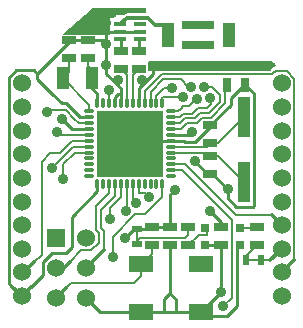
<source format=gtl>
G04 (created by PCBNEW (2013-mar-13)-testing) date Thu 04 Jul 2013 13:06:12 EST*
%MOIN*%
G04 Gerber Fmt 3.4, Leading zero omitted, Abs format*
%FSLAX34Y34*%
G01*
G70*
G90*
G04 APERTURE LIST*
%ADD10C,0.003937*%
%ADD11R,0.045000X0.025000*%
%ADD12R,0.025000X0.045000*%
%ADD13R,0.035433X0.019685*%
%ADD14R,0.008000X0.059055*%
%ADD15R,0.078700X0.055100*%
%ADD16R,0.031496X0.031496*%
%ADD17R,0.039370X0.078740*%
%ADD18R,0.110236X0.027559*%
%ADD19R,0.043307X0.074803*%
%ADD20R,0.039370X0.011811*%
%ADD21C,0.060000*%
%ADD22R,0.060000X0.060000*%
%ADD23R,0.039370X0.137795*%
%ADD24O,0.011800X0.033500*%
%ADD25O,0.033500X0.011800*%
%ADD26R,0.220472X0.220472*%
%ADD27R,0.019685X0.035433*%
%ADD28R,0.059055X0.008000*%
%ADD29C,0.035000*%
%ADD30C,0.010000*%
%ADD31C,0.014000*%
%ADD32C,0.008000*%
%ADD33C,0.012000*%
G04 APERTURE END LIST*
G54D10*
G54D11*
X2362Y9152D03*
X2362Y9752D03*
X4688Y9410D03*
X4688Y8810D03*
X4078Y9410D03*
X4078Y8810D03*
X2972Y9152D03*
X2972Y9752D03*
X5720Y3516D03*
X5720Y2916D03*
G54D12*
X7629Y8267D03*
X8229Y8267D03*
G54D11*
X7437Y3516D03*
X7437Y2916D03*
X7062Y5906D03*
X7062Y5306D03*
X7062Y6314D03*
X7062Y6914D03*
G54D13*
X4606Y3472D03*
X4606Y2960D03*
G54D14*
X4606Y3216D03*
G54D15*
X4763Y700D03*
X4763Y2300D03*
X6763Y700D03*
X6763Y2300D03*
G54D11*
X6330Y3516D03*
X6330Y2916D03*
X5110Y3516D03*
X5110Y2916D03*
G54D16*
X6885Y3511D03*
X6885Y2921D03*
G54D17*
X7692Y9925D03*
X5645Y9925D03*
G54D18*
X6669Y9584D03*
X6669Y10265D03*
G54D19*
X2145Y8488D03*
X3129Y8488D03*
G54D20*
X4061Y10299D03*
X4061Y10043D03*
X4061Y9787D03*
X4710Y9787D03*
X4710Y10043D03*
X4710Y10299D03*
G54D21*
X9441Y8314D03*
X9441Y5164D03*
X9441Y3590D03*
X9441Y4377D03*
X9441Y6739D03*
X9441Y5952D03*
X9441Y7527D03*
X9441Y2015D03*
X9441Y1227D03*
X9441Y2802D03*
X779Y2802D03*
X779Y1227D03*
X779Y2015D03*
X779Y7527D03*
X779Y5952D03*
X779Y6739D03*
X779Y4377D03*
X779Y3590D03*
X779Y5164D03*
X779Y8314D03*
G54D22*
X1929Y3169D03*
G54D21*
X2929Y3169D03*
X1929Y2169D03*
X2929Y2169D03*
X1929Y1169D03*
X2929Y1169D03*
G54D23*
X8185Y5027D03*
X8185Y7192D03*
G54D16*
X8066Y3511D03*
X8066Y2921D03*
G54D11*
X8610Y2916D03*
X8610Y3516D03*
G54D24*
X5468Y7665D03*
X5271Y7665D03*
X5074Y7665D03*
X4877Y7665D03*
X4680Y7665D03*
X4483Y7665D03*
X4287Y7665D03*
X4090Y7665D03*
X3893Y7665D03*
X3696Y7665D03*
X3499Y7665D03*
X3302Y7665D03*
X3302Y4949D03*
X3499Y4949D03*
X3696Y4949D03*
X3893Y4949D03*
X4090Y4949D03*
X4287Y4949D03*
X4483Y4949D03*
X4680Y4949D03*
X4877Y4949D03*
X5074Y4949D03*
X5271Y4949D03*
X5468Y4949D03*
G54D25*
X3027Y7390D03*
X3027Y7193D03*
X3027Y6996D03*
X3027Y6799D03*
X3027Y6602D03*
X3027Y6405D03*
X3027Y6209D03*
X3027Y6012D03*
X3027Y5815D03*
X3027Y5618D03*
X3027Y5421D03*
X3027Y5224D03*
X5743Y5224D03*
X5743Y5421D03*
X5743Y5618D03*
X5743Y5815D03*
X5743Y6012D03*
X5743Y6209D03*
X5743Y6405D03*
X5743Y6602D03*
X5743Y6799D03*
X5743Y6996D03*
X5743Y7193D03*
X5743Y7390D03*
G54D26*
X4385Y6307D03*
G54D22*
X4385Y6307D03*
X3785Y5707D03*
X4985Y5707D03*
X4985Y6907D03*
X3785Y6907D03*
G54D27*
X8759Y2425D03*
X8248Y2425D03*
G54D28*
X8503Y2425D03*
G54D29*
X4215Y3169D03*
X5882Y4778D03*
X2138Y7119D03*
X6448Y6688D03*
X3594Y9645D03*
X7649Y4791D03*
X7437Y1373D03*
X5169Y8909D03*
X4795Y8425D03*
X5877Y8909D03*
X6586Y8909D03*
X7295Y8909D03*
X3594Y8944D03*
X8712Y8909D03*
X8003Y8909D03*
X3783Y10649D03*
X3594Y10346D03*
X3429Y10661D03*
X6543Y5716D03*
X3980Y8429D03*
X3721Y3812D03*
X7062Y4070D03*
X1612Y7378D03*
X4240Y4062D03*
X4583Y4345D03*
X5038Y4520D03*
X3807Y2539D03*
X7503Y885D03*
X6862Y8204D03*
X7070Y7822D03*
X6625Y7811D03*
X6161Y7850D03*
X5803Y8153D03*
X6429Y8208D03*
X1787Y5500D03*
X3696Y8099D03*
X1968Y6685D03*
X2157Y5133D03*
G54D30*
X4519Y3472D02*
X5066Y3472D01*
X5066Y3472D02*
X5110Y3516D01*
X4215Y3169D02*
X4519Y3472D01*
X5110Y3516D02*
X5720Y3516D01*
X3027Y6799D02*
X2458Y6799D01*
X2458Y6799D02*
X2138Y7119D01*
X5110Y3516D02*
X5720Y3516D01*
X5720Y3516D02*
X5720Y4616D01*
X5720Y4616D02*
X5882Y4778D01*
X5743Y6602D02*
X6360Y6600D01*
X6360Y6600D02*
X6448Y6688D01*
X6360Y6600D02*
X6448Y6688D01*
X7649Y4791D02*
X7649Y4488D01*
X8515Y7981D02*
X8229Y8267D01*
X8515Y4216D02*
X8515Y7981D01*
X8500Y4200D02*
X8515Y4216D01*
X7937Y4200D02*
X8500Y4200D01*
X7649Y4488D02*
X7937Y4200D01*
X8066Y2921D02*
X7957Y2811D01*
X6885Y578D02*
X6763Y700D01*
X7637Y578D02*
X6885Y578D01*
X7957Y898D02*
X7637Y578D01*
X7957Y2811D02*
X7957Y898D01*
X7062Y5306D02*
X7134Y5306D01*
X7134Y5306D02*
X7649Y4791D01*
X7437Y2916D02*
X6890Y2916D01*
X6890Y2916D02*
X6885Y2921D01*
X7437Y2916D02*
X7437Y1373D01*
X7437Y1373D02*
X6763Y700D01*
X5743Y6405D02*
X4483Y6405D01*
X4483Y6405D02*
X4385Y6307D01*
X4795Y8263D02*
X4795Y8264D01*
X4795Y8264D02*
X4795Y8425D01*
X4686Y8155D02*
X4795Y8263D01*
X4795Y8263D02*
X5169Y8638D01*
G54D31*
X7295Y8909D02*
X6940Y8909D01*
X6586Y8909D02*
X6232Y8909D01*
G54D30*
X5877Y8909D02*
X5523Y8909D01*
X5519Y8913D02*
X5523Y8909D01*
X5169Y8909D02*
X5169Y8909D01*
X5169Y8909D02*
X5519Y8913D01*
G54D31*
X6232Y8909D02*
X5877Y8909D01*
X6940Y8909D02*
X6586Y8909D01*
X7649Y8909D02*
X7295Y8909D01*
X7649Y8909D02*
X8003Y8909D01*
G54D30*
X5169Y8638D02*
X5169Y8909D01*
X3594Y8637D02*
X3980Y8251D01*
X3594Y9295D02*
X3594Y8944D01*
G54D31*
X8712Y8909D02*
X8358Y8909D01*
X8358Y8909D02*
X8003Y8909D01*
G54D32*
X3594Y8637D02*
X4090Y8141D01*
G54D30*
X7755Y7607D02*
X7755Y7842D01*
X7755Y7842D02*
X8181Y8267D01*
X8181Y8267D02*
X8229Y8267D01*
X7755Y7607D02*
X7062Y6914D01*
X4680Y8149D02*
X4686Y8155D01*
X3594Y10346D02*
X3594Y10460D01*
X3594Y10460D02*
X3783Y10649D01*
X3594Y9295D02*
X3594Y9645D01*
X3594Y9645D02*
X3594Y9996D01*
X3594Y9996D02*
X3594Y10346D01*
X3594Y10346D02*
X3594Y10496D01*
X3594Y10496D02*
X3429Y10661D01*
G54D33*
X1076Y1525D02*
X779Y1227D01*
G54D30*
X3302Y4949D02*
X3302Y4728D01*
X3302Y4728D02*
X2448Y3874D01*
X2448Y2877D02*
X2448Y2853D01*
X2448Y2853D02*
X2259Y2664D01*
X1076Y1525D02*
X1480Y1929D01*
X2448Y2877D02*
X2448Y3874D01*
X1774Y2664D02*
X2259Y2664D01*
X1480Y2370D02*
X1774Y2664D01*
X1480Y1929D02*
X1480Y2370D01*
X5720Y1314D02*
X5925Y1110D01*
X5925Y1110D02*
X5925Y700D01*
X2972Y9752D02*
X3487Y9752D01*
X3487Y9752D02*
X3594Y9645D01*
G54D33*
X3202Y895D02*
X2929Y1169D01*
X462Y1544D02*
X779Y1227D01*
G54D30*
X1299Y8632D02*
X1184Y8748D01*
X346Y1660D02*
X462Y1544D01*
X346Y8492D02*
X346Y1660D01*
X602Y8748D02*
X346Y8492D01*
X1184Y8748D02*
X602Y8748D01*
X1799Y7968D02*
X2106Y7661D01*
X2106Y7661D02*
X2255Y7661D01*
X3202Y895D02*
X3398Y700D01*
X3398Y700D02*
X4763Y700D01*
X7062Y5306D02*
X6953Y5306D01*
X6953Y5306D02*
X6543Y5716D01*
X4680Y8149D02*
X4680Y7665D01*
X5720Y2916D02*
X5720Y1314D01*
X5527Y1122D02*
X5527Y700D01*
X5720Y1314D02*
X5527Y1122D01*
X6763Y700D02*
X5925Y700D01*
X5925Y700D02*
X5527Y700D01*
X5527Y700D02*
X4763Y700D01*
X3893Y7665D02*
X3893Y7858D01*
X4090Y7952D02*
X4090Y7665D01*
X3893Y7858D02*
X4000Y7964D01*
X2358Y9752D02*
X2972Y9752D01*
X2358Y9752D02*
X2358Y9691D01*
X2358Y9691D02*
X1299Y8632D01*
X3027Y7193D02*
X2724Y7193D01*
X2724Y7193D02*
X2255Y7661D01*
X1799Y7968D02*
X1299Y8467D01*
X1299Y8467D02*
X1299Y8632D01*
X6570Y6379D02*
X6571Y6379D01*
X6571Y6379D02*
X7062Y6870D01*
X7062Y6870D02*
X7062Y6914D01*
X5743Y6405D02*
X6190Y6405D01*
X6216Y6379D02*
X6570Y6379D01*
X6190Y6405D02*
X6216Y6379D01*
X4090Y8141D02*
X3980Y8251D01*
X3980Y8251D02*
X3980Y8429D01*
X4090Y7952D02*
X4090Y8141D01*
X4078Y7964D02*
X4090Y7952D01*
X4000Y7964D02*
X4078Y7964D01*
X4061Y10043D02*
X3641Y10043D01*
X3641Y10043D02*
X3594Y9996D01*
X3594Y8637D02*
X3594Y8944D01*
X4061Y10043D02*
X4710Y10043D01*
G54D32*
X4090Y4949D02*
X4090Y4544D01*
X4090Y4544D02*
X3721Y4175D01*
X3721Y4175D02*
X3721Y3812D01*
G54D33*
X2929Y2169D02*
X3509Y2749D01*
G54D32*
X3893Y4573D02*
X3893Y4949D01*
X3509Y2749D02*
X3509Y3409D01*
X3509Y3409D02*
X3423Y3495D01*
X3423Y3495D02*
X3423Y4103D01*
X3423Y4103D02*
X3893Y4573D01*
G54D31*
X5645Y9925D02*
X5645Y10051D01*
X4273Y10511D02*
X4061Y10299D01*
X4972Y10511D02*
X4273Y10511D01*
X5236Y10248D02*
X4972Y10511D01*
X5448Y10248D02*
X5236Y10248D01*
X5645Y10051D02*
X5448Y10248D01*
G54D30*
X4688Y9410D02*
X4688Y9765D01*
X4688Y9765D02*
X4710Y9787D01*
X7437Y3696D02*
X7437Y3516D01*
X7062Y4070D02*
X7437Y3696D01*
G54D32*
X1647Y7414D02*
X1612Y7378D01*
X2260Y7414D02*
X1647Y7414D01*
X2530Y7144D02*
X2260Y7414D01*
X2532Y7144D02*
X2530Y7144D01*
X2680Y6996D02*
X2532Y7144D01*
X3027Y6996D02*
X2680Y6996D01*
X7562Y7972D02*
X7562Y8200D01*
X7562Y8200D02*
X7629Y8267D01*
X7081Y7173D02*
X6837Y7173D01*
X7562Y7653D02*
X7081Y7173D01*
X7562Y7653D02*
X7562Y7972D01*
X6606Y6988D02*
X6791Y7173D01*
X6837Y7173D02*
X6791Y7173D01*
X6099Y6799D02*
X6288Y6988D01*
X5743Y6799D02*
X6099Y6799D01*
X6288Y6988D02*
X6606Y6988D01*
X6330Y3271D02*
X6330Y3516D01*
X6220Y3161D02*
X6330Y3271D01*
X4728Y3161D02*
X6220Y3161D01*
X4606Y3039D02*
X4728Y3161D01*
X6330Y3516D02*
X6330Y3271D01*
X6685Y3271D02*
X6940Y3271D01*
X6330Y2916D02*
X6685Y3271D01*
X6940Y3516D02*
X6940Y3271D01*
X8248Y2425D02*
X8248Y2554D01*
X8248Y2554D02*
X8610Y2916D01*
X8066Y3511D02*
X8605Y3511D01*
X8605Y3511D02*
X8610Y3516D01*
X2358Y9152D02*
X2358Y8907D01*
X2145Y8488D02*
X2358Y8700D01*
X2358Y8700D02*
X2358Y8907D01*
X3027Y7390D02*
X3027Y7606D01*
X3027Y7606D02*
X2145Y8488D01*
G54D30*
X3302Y7665D02*
X3302Y7980D01*
X3302Y7980D02*
X3129Y8153D01*
X3129Y8153D02*
X3129Y8488D01*
X3129Y8153D02*
X3129Y8488D01*
G54D32*
X3129Y8750D02*
X2972Y8907D01*
X2972Y9152D02*
X2972Y8907D01*
X3129Y8488D02*
X3129Y8750D01*
X7306Y6314D02*
X8185Y7192D01*
X7062Y6314D02*
X7306Y6314D01*
X5743Y6209D02*
X5743Y6209D01*
X6957Y6209D02*
X7062Y6314D01*
X5743Y6209D02*
X6957Y6209D01*
X5743Y6209D02*
X5743Y6209D01*
X7306Y5906D02*
X8185Y5027D01*
X7062Y5906D02*
X7306Y5906D01*
X5743Y6012D02*
X5743Y6012D01*
X6957Y6012D02*
X7062Y5906D01*
X5743Y6012D02*
X6957Y6012D01*
X5743Y6012D02*
X5743Y6012D01*
X4287Y7665D02*
X4287Y8601D01*
X4287Y8601D02*
X4078Y8810D01*
X4483Y7665D02*
X4483Y8605D01*
X4483Y8605D02*
X4688Y8810D01*
G54D30*
X4078Y9410D02*
X4078Y9769D01*
X4078Y9769D02*
X4061Y9787D01*
G54D32*
X4287Y4949D02*
X4287Y4661D01*
X4287Y4661D02*
X4287Y4109D01*
X4287Y4109D02*
X4240Y4062D01*
X4483Y4445D02*
X4583Y4345D01*
X4483Y4949D02*
X4483Y4445D01*
X4680Y4661D02*
X4898Y4661D01*
X4898Y4661D02*
X5038Y4520D01*
X4680Y4949D02*
X4680Y4661D01*
X4566Y3954D02*
X3807Y3194D01*
X3807Y3194D02*
X3807Y2539D01*
X5468Y4949D02*
X5468Y4522D01*
X5468Y4522D02*
X4900Y3954D01*
X4900Y3954D02*
X4566Y3954D01*
X7787Y3771D02*
X7787Y1169D01*
X7787Y1169D02*
X7503Y885D01*
X6137Y5421D02*
X7787Y3771D01*
X7787Y1169D02*
X7503Y885D01*
X5743Y5421D02*
X6137Y5421D01*
X7625Y4216D02*
X7917Y3925D01*
X7917Y3925D02*
X9107Y3925D01*
G54D33*
X9441Y3590D02*
X9107Y3925D01*
G54D32*
X5743Y5618D02*
X6224Y5618D01*
X6224Y5618D02*
X7625Y4216D01*
X7122Y8204D02*
X6862Y8204D01*
X7393Y7925D02*
X7393Y7933D01*
X7393Y7933D02*
X7122Y8204D01*
X7393Y7822D02*
X7393Y7925D01*
X7393Y7933D02*
X7122Y8204D01*
X5743Y6996D02*
X6068Y6996D01*
X7393Y7711D02*
X7393Y7822D01*
X7015Y7333D02*
X7393Y7711D01*
X6722Y7333D02*
X7015Y7333D01*
X6539Y7149D02*
X6722Y7333D01*
X6222Y7149D02*
X6539Y7149D01*
X6068Y6996D02*
X6222Y7149D01*
X5743Y7193D02*
X6039Y7193D01*
X7074Y7623D02*
X7070Y7822D01*
X6947Y7496D02*
X7074Y7623D01*
X6641Y7496D02*
X6947Y7496D01*
X6459Y7313D02*
X6641Y7496D01*
X6159Y7313D02*
X6459Y7313D01*
X6039Y7193D02*
X6159Y7313D01*
X7070Y7822D02*
X7066Y7818D01*
X6086Y7474D02*
X6167Y7555D01*
X6350Y7555D02*
X6350Y7559D01*
X6346Y7555D02*
X6350Y7555D01*
X6167Y7555D02*
X6346Y7555D01*
X6625Y7811D02*
X6602Y7811D01*
X6602Y7811D02*
X6350Y7559D01*
X6002Y7390D02*
X6086Y7474D01*
X5743Y7390D02*
X6002Y7390D01*
X6161Y7850D02*
X6153Y7858D01*
X5492Y7858D02*
X5468Y7834D01*
X6153Y7858D02*
X5492Y7858D01*
X5468Y7665D02*
X5468Y7834D01*
X5271Y7665D02*
X5271Y7889D01*
X5271Y7889D02*
X5535Y8153D01*
X5535Y8153D02*
X5803Y8153D01*
X6078Y8448D02*
X6318Y8208D01*
X6318Y8208D02*
X6429Y8208D01*
X5501Y8448D02*
X6078Y8448D01*
X5074Y7665D02*
X5074Y8022D01*
X5074Y8022D02*
X5501Y8448D01*
X9610Y8740D02*
X9240Y8740D01*
X9240Y8740D02*
X9114Y8614D01*
X9114Y8614D02*
X5440Y8614D01*
X4877Y8051D02*
X5440Y8614D01*
X4877Y8051D02*
X4877Y7665D01*
X4877Y7665D02*
X4877Y7665D01*
X9114Y8614D02*
X9234Y8734D01*
X7602Y8614D02*
X5440Y8614D01*
X9114Y8614D02*
X7602Y8614D01*
X9234Y8734D02*
X9114Y8614D01*
X9234Y8734D02*
X9228Y8734D01*
X9228Y8734D02*
X9228Y8740D01*
X9871Y8479D02*
X9871Y2445D01*
X9228Y8740D02*
X9610Y8740D01*
X9610Y8740D02*
X9871Y8479D01*
X9610Y8740D02*
X9871Y8479D01*
X9871Y8479D02*
X9610Y8740D01*
G54D33*
X9871Y2445D02*
X9441Y2015D01*
G54D32*
X3027Y6209D02*
X2496Y6209D01*
X2496Y6209D02*
X1787Y5500D01*
X2496Y6209D02*
X1787Y5500D01*
X5110Y2916D02*
X5110Y2646D01*
X5110Y2646D02*
X4763Y2300D01*
G54D33*
X1929Y1169D02*
X2267Y1507D01*
G54D32*
X5110Y2646D02*
X4763Y2300D01*
X3696Y7665D02*
X3696Y8099D01*
X4528Y1669D02*
X4763Y1904D01*
X2429Y1669D02*
X4528Y1669D01*
X2267Y1507D02*
X2429Y1669D01*
X4763Y2300D02*
X4763Y1904D01*
G54D33*
X2373Y2370D02*
X2172Y2169D01*
X2172Y2169D02*
X1929Y2169D01*
G54D32*
X2751Y2749D02*
X2373Y2370D01*
X3696Y4949D02*
X3696Y4661D01*
X3255Y4219D02*
X3696Y4661D01*
X3255Y3437D02*
X3255Y4219D01*
X3349Y3343D02*
X3255Y3437D01*
X3349Y2995D02*
X3349Y3343D01*
X3103Y2749D02*
X3349Y2995D01*
X2751Y2749D02*
X3103Y2749D01*
G54D33*
X9441Y2802D02*
X9063Y2425D01*
G54D32*
X8759Y2425D02*
X9063Y2425D01*
X3027Y6602D02*
X2051Y6602D01*
X2051Y6602D02*
X1968Y6685D01*
X2051Y6602D02*
X1968Y6685D01*
X1442Y5702D02*
X1442Y2612D01*
X3027Y6405D02*
X2466Y6405D01*
X2466Y6405D02*
X2466Y6405D01*
G54D33*
X1182Y2353D02*
X845Y2015D01*
G54D32*
X1442Y2612D02*
X1182Y2353D01*
G54D33*
X845Y2015D02*
X779Y2015D01*
G54D32*
X1442Y5702D02*
X1724Y5984D01*
X2045Y5984D02*
X1724Y5984D01*
X2466Y6405D02*
X2045Y5984D01*
X2157Y5133D02*
X2157Y5622D01*
X2157Y5622D02*
X2547Y6012D01*
X2547Y6012D02*
X3027Y6012D01*
G54D10*
G36*
X4885Y10681D02*
X4273Y10681D01*
X4208Y10668D01*
X4153Y10631D01*
X4143Y10622D01*
X3685Y10622D01*
X3681Y9968D01*
X2163Y9968D01*
X3145Y10818D01*
X4755Y10818D01*
X4775Y10818D01*
X4885Y10818D01*
X4885Y10681D01*
X4885Y10681D01*
G37*
X4885Y10681D02*
X4273Y10681D01*
X4208Y10668D01*
X4153Y10631D01*
X4143Y10622D01*
X3685Y10622D01*
X3681Y9968D01*
X2163Y9968D01*
X3145Y10818D01*
X4755Y10818D01*
X4775Y10818D01*
X4885Y10818D01*
X4885Y10681D01*
G36*
X9229Y8935D02*
X9215Y8921D01*
X9185Y8891D01*
X9167Y8887D01*
X9115Y8853D01*
X9091Y8817D01*
X9049Y8776D01*
X5036Y8776D01*
X5036Y8889D01*
X5036Y9046D01*
X5165Y9046D01*
X9102Y9046D01*
X9229Y8935D01*
X9229Y8935D01*
G37*
G54D32*
X9229Y8935D02*
X9215Y8921D01*
X9185Y8891D01*
X9167Y8887D01*
X9115Y8853D01*
X9091Y8817D01*
X9049Y8776D01*
X5036Y8776D01*
X5036Y8889D01*
X5036Y9046D01*
X5165Y9046D01*
X9102Y9046D01*
X9229Y8935D01*
M02*

</source>
